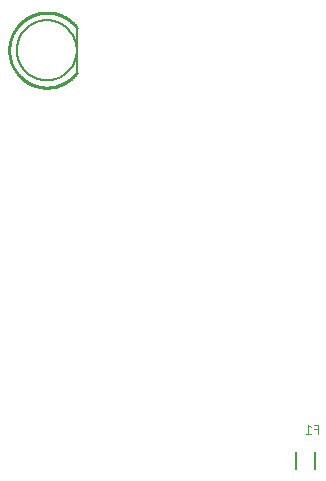
<source format=gbr>
G04 EAGLE Gerber RS-274X export*
G75*
%MOMM*%
%FSLAX34Y34*%
%LPD*%
%INSilkscreen Bottom*%
%IPPOS*%
%AMOC8*
5,1,8,0,0,1.08239X$1,22.5*%
G01*
%ADD10C,0.203200*%
%ADD11C,0.254000*%
%ADD12C,0.152400*%
%ADD13C,0.076200*%


D10*
X528340Y484701D02*
X528340Y446601D01*
D11*
X527866Y445985D01*
X527377Y445380D01*
X526873Y444788D01*
X526355Y444208D01*
X525823Y443641D01*
X525277Y443087D01*
X524718Y442547D01*
X524145Y442021D01*
X523560Y441508D01*
X522963Y441011D01*
X522354Y440528D01*
X521733Y440060D01*
X521100Y439607D01*
X520457Y439170D01*
X519803Y438749D01*
X519139Y438345D01*
X518466Y437956D01*
X517783Y437584D01*
X517091Y437229D01*
X516391Y436891D01*
X515683Y436570D01*
X514967Y436267D01*
X514243Y435981D01*
X513514Y435713D01*
X512777Y435463D01*
X512035Y435232D01*
X511287Y435018D01*
X510535Y434823D01*
X509777Y434646D01*
X509016Y434488D01*
X508251Y434348D01*
X507483Y434228D01*
X506712Y434126D01*
X505939Y434043D01*
X505164Y433979D01*
X504388Y433934D01*
X503611Y433908D01*
X502833Y433901D01*
X502056Y433913D01*
X501279Y433944D01*
X500503Y433995D01*
X499728Y434064D01*
X498956Y434152D01*
X498186Y434259D01*
X497418Y434385D01*
X496654Y434529D01*
X495894Y434693D01*
X495138Y434875D01*
X494387Y435075D01*
X493640Y435293D01*
X492900Y435530D01*
X492165Y435785D01*
X491437Y436058D01*
X490716Y436349D01*
X490002Y436657D01*
X489296Y436982D01*
X488598Y437325D01*
X487908Y437685D01*
X487228Y438061D01*
X486557Y438454D01*
X485896Y438864D01*
X485245Y439289D01*
X484605Y439730D01*
X483976Y440187D01*
X483358Y440659D01*
X482752Y441146D01*
X482158Y441648D01*
X481576Y442164D01*
X481007Y442694D01*
X480452Y443238D01*
X479909Y443796D01*
X479381Y444366D01*
X478867Y444949D01*
X478367Y445545D01*
X477882Y446153D01*
X477412Y446772D01*
X476958Y447403D01*
X476519Y448045D01*
X476095Y448697D01*
X475688Y449360D01*
X475297Y450032D01*
X474923Y450714D01*
X474566Y451404D01*
X474226Y452103D01*
X473902Y452811D01*
X473597Y453525D01*
X473308Y454248D01*
X473038Y454977D01*
X472786Y455712D01*
X472551Y456454D01*
X472335Y457201D01*
X472137Y457953D01*
X471958Y458709D01*
X471797Y459470D01*
X471655Y460234D01*
X471532Y461002D01*
X471428Y461773D01*
X471342Y462546D01*
X471276Y463320D01*
X471228Y464096D01*
X471200Y464873D01*
X471190Y465651D01*
X471200Y466429D01*
X471228Y467206D01*
X471276Y467982D01*
X471342Y468756D01*
X471428Y469529D01*
X471532Y470300D01*
X471655Y471068D01*
X471797Y471832D01*
X471958Y472593D01*
X472137Y473349D01*
X472335Y474101D01*
X472551Y474848D01*
X472786Y475590D01*
X473038Y476325D01*
X473308Y477054D01*
X473597Y477777D01*
X473902Y478491D01*
X474226Y479199D01*
X474566Y479898D01*
X474923Y480588D01*
X475297Y481270D01*
X475688Y481942D01*
X476095Y482605D01*
X476519Y483257D01*
X476958Y483899D01*
X477412Y484530D01*
X477882Y485149D01*
X478367Y485757D01*
X478867Y486353D01*
X479381Y486936D01*
X479909Y487506D01*
X480452Y488064D01*
X481007Y488608D01*
X481576Y489138D01*
X482158Y489654D01*
X482752Y490156D01*
X483358Y490643D01*
X483976Y491115D01*
X484605Y491572D01*
X485245Y492013D01*
X485896Y492438D01*
X486557Y492848D01*
X487228Y493241D01*
X487908Y493617D01*
X488598Y493977D01*
X489296Y494320D01*
X490002Y494645D01*
X490716Y494953D01*
X491437Y495244D01*
X492165Y495517D01*
X492900Y495772D01*
X493640Y496009D01*
X494387Y496227D01*
X495138Y496427D01*
X495894Y496609D01*
X496654Y496773D01*
X497418Y496917D01*
X498186Y497043D01*
X498956Y497150D01*
X499728Y497238D01*
X500503Y497307D01*
X501279Y497358D01*
X502056Y497389D01*
X502833Y497401D01*
X503611Y497394D01*
X504388Y497368D01*
X505164Y497323D01*
X505939Y497259D01*
X506712Y497176D01*
X507483Y497074D01*
X508251Y496954D01*
X509016Y496814D01*
X509777Y496656D01*
X510535Y496479D01*
X511287Y496284D01*
X512035Y496070D01*
X512777Y495839D01*
X513514Y495589D01*
X514243Y495321D01*
X514967Y495035D01*
X515683Y494732D01*
X516391Y494411D01*
X517091Y494073D01*
X517783Y493718D01*
X518466Y493346D01*
X519139Y492957D01*
X519803Y492553D01*
X520457Y492132D01*
X521100Y491695D01*
X521733Y491242D01*
X522354Y490774D01*
X522963Y490291D01*
X523560Y489794D01*
X524145Y489281D01*
X524718Y488755D01*
X525277Y488215D01*
X525823Y487661D01*
X526355Y487094D01*
X526873Y486514D01*
X527377Y485922D01*
X527866Y485317D01*
X528340Y484701D01*
D12*
X477540Y465651D02*
X477548Y466274D01*
X477571Y466897D01*
X477609Y467520D01*
X477662Y468141D01*
X477731Y468760D01*
X477815Y469378D01*
X477914Y469993D01*
X478028Y470606D01*
X478157Y471216D01*
X478301Y471823D01*
X478460Y472426D01*
X478634Y473024D01*
X478822Y473619D01*
X479025Y474208D01*
X479242Y474792D01*
X479473Y475371D01*
X479719Y475944D01*
X479979Y476511D01*
X480252Y477071D01*
X480539Y477624D01*
X480840Y478171D01*
X481154Y478709D01*
X481481Y479240D01*
X481821Y479762D01*
X482173Y480277D01*
X482539Y480782D01*
X482916Y481278D01*
X483306Y481765D01*
X483707Y482242D01*
X484120Y482709D01*
X484544Y483165D01*
X484979Y483612D01*
X485426Y484047D01*
X485882Y484471D01*
X486349Y484884D01*
X486826Y485285D01*
X487313Y485675D01*
X487809Y486052D01*
X488314Y486418D01*
X488829Y486770D01*
X489351Y487110D01*
X489882Y487437D01*
X490420Y487751D01*
X490967Y488052D01*
X491520Y488339D01*
X492080Y488612D01*
X492647Y488872D01*
X493220Y489118D01*
X493799Y489349D01*
X494383Y489566D01*
X494972Y489769D01*
X495567Y489957D01*
X496165Y490131D01*
X496768Y490290D01*
X497375Y490434D01*
X497985Y490563D01*
X498598Y490677D01*
X499213Y490776D01*
X499831Y490860D01*
X500450Y490929D01*
X501071Y490982D01*
X501694Y491020D01*
X502317Y491043D01*
X502940Y491051D01*
X503563Y491043D01*
X504186Y491020D01*
X504809Y490982D01*
X505430Y490929D01*
X506049Y490860D01*
X506667Y490776D01*
X507282Y490677D01*
X507895Y490563D01*
X508505Y490434D01*
X509112Y490290D01*
X509715Y490131D01*
X510313Y489957D01*
X510908Y489769D01*
X511497Y489566D01*
X512081Y489349D01*
X512660Y489118D01*
X513233Y488872D01*
X513800Y488612D01*
X514360Y488339D01*
X514913Y488052D01*
X515460Y487751D01*
X515998Y487437D01*
X516529Y487110D01*
X517051Y486770D01*
X517566Y486418D01*
X518071Y486052D01*
X518567Y485675D01*
X519054Y485285D01*
X519531Y484884D01*
X519998Y484471D01*
X520454Y484047D01*
X520901Y483612D01*
X521336Y483165D01*
X521760Y482709D01*
X522173Y482242D01*
X522574Y481765D01*
X522964Y481278D01*
X523341Y480782D01*
X523707Y480277D01*
X524059Y479762D01*
X524399Y479240D01*
X524726Y478709D01*
X525040Y478171D01*
X525341Y477624D01*
X525628Y477071D01*
X525901Y476511D01*
X526161Y475944D01*
X526407Y475371D01*
X526638Y474792D01*
X526855Y474208D01*
X527058Y473619D01*
X527246Y473024D01*
X527420Y472426D01*
X527579Y471823D01*
X527723Y471216D01*
X527852Y470606D01*
X527966Y469993D01*
X528065Y469378D01*
X528149Y468760D01*
X528218Y468141D01*
X528271Y467520D01*
X528309Y466897D01*
X528332Y466274D01*
X528340Y465651D01*
X528332Y465028D01*
X528309Y464405D01*
X528271Y463782D01*
X528218Y463161D01*
X528149Y462542D01*
X528065Y461924D01*
X527966Y461309D01*
X527852Y460696D01*
X527723Y460086D01*
X527579Y459479D01*
X527420Y458876D01*
X527246Y458278D01*
X527058Y457683D01*
X526855Y457094D01*
X526638Y456510D01*
X526407Y455931D01*
X526161Y455358D01*
X525901Y454791D01*
X525628Y454231D01*
X525341Y453678D01*
X525040Y453131D01*
X524726Y452593D01*
X524399Y452062D01*
X524059Y451540D01*
X523707Y451025D01*
X523341Y450520D01*
X522964Y450024D01*
X522574Y449537D01*
X522173Y449060D01*
X521760Y448593D01*
X521336Y448137D01*
X520901Y447690D01*
X520454Y447255D01*
X519998Y446831D01*
X519531Y446418D01*
X519054Y446017D01*
X518567Y445627D01*
X518071Y445250D01*
X517566Y444884D01*
X517051Y444532D01*
X516529Y444192D01*
X515998Y443865D01*
X515460Y443551D01*
X514913Y443250D01*
X514360Y442963D01*
X513800Y442690D01*
X513233Y442430D01*
X512660Y442184D01*
X512081Y441953D01*
X511497Y441736D01*
X510908Y441533D01*
X510313Y441345D01*
X509715Y441171D01*
X509112Y441012D01*
X508505Y440868D01*
X507895Y440739D01*
X507282Y440625D01*
X506667Y440526D01*
X506049Y440442D01*
X505430Y440373D01*
X504809Y440320D01*
X504186Y440282D01*
X503563Y440259D01*
X502940Y440251D01*
X502317Y440259D01*
X501694Y440282D01*
X501071Y440320D01*
X500450Y440373D01*
X499831Y440442D01*
X499213Y440526D01*
X498598Y440625D01*
X497985Y440739D01*
X497375Y440868D01*
X496768Y441012D01*
X496165Y441171D01*
X495567Y441345D01*
X494972Y441533D01*
X494383Y441736D01*
X493799Y441953D01*
X493220Y442184D01*
X492647Y442430D01*
X492080Y442690D01*
X491520Y442963D01*
X490967Y443250D01*
X490420Y443551D01*
X489882Y443865D01*
X489351Y444192D01*
X488829Y444532D01*
X488314Y444884D01*
X487809Y445250D01*
X487313Y445627D01*
X486826Y446017D01*
X486349Y446418D01*
X485882Y446831D01*
X485426Y447255D01*
X484979Y447690D01*
X484544Y448137D01*
X484120Y448593D01*
X483707Y449060D01*
X483306Y449537D01*
X482916Y450024D01*
X482539Y450520D01*
X482173Y451025D01*
X481821Y451540D01*
X481481Y452062D01*
X481154Y452593D01*
X480840Y453131D01*
X480539Y453678D01*
X480252Y454231D01*
X479979Y454791D01*
X479719Y455358D01*
X479473Y455931D01*
X479242Y456510D01*
X479025Y457094D01*
X478822Y457683D01*
X478634Y458278D01*
X478460Y458876D01*
X478301Y459479D01*
X478157Y460086D01*
X478028Y460696D01*
X477914Y461309D01*
X477815Y461924D01*
X477731Y462542D01*
X477662Y463161D01*
X477609Y463782D01*
X477571Y464405D01*
X477548Y465028D01*
X477540Y465651D01*
X714177Y125708D02*
X714177Y111308D01*
X730177Y111308D02*
X730177Y125708D01*
D13*
X732477Y140963D02*
X732477Y148201D01*
X729260Y148201D01*
X729260Y144984D02*
X732477Y144984D01*
X726493Y146592D02*
X724482Y148201D01*
X724482Y140963D01*
X726493Y140963D02*
X722471Y140963D01*
M02*

</source>
